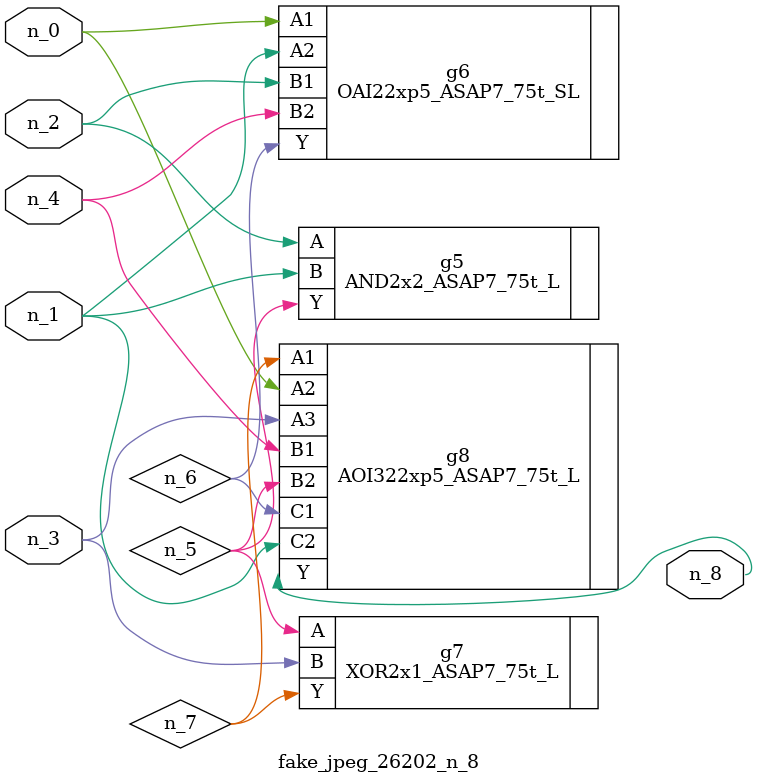
<source format=v>
module fake_jpeg_26202_n_8 (n_3, n_2, n_1, n_0, n_4, n_8);

input n_3;
input n_2;
input n_1;
input n_0;
input n_4;

output n_8;

wire n_6;
wire n_5;
wire n_7;

AND2x2_ASAP7_75t_L g5 ( 
.A(n_2),
.B(n_1),
.Y(n_5)
);

OAI22xp5_ASAP7_75t_SL g6 ( 
.A1(n_0),
.A2(n_1),
.B1(n_2),
.B2(n_4),
.Y(n_6)
);

XOR2x1_ASAP7_75t_L g7 ( 
.A(n_5),
.B(n_3),
.Y(n_7)
);

AOI322xp5_ASAP7_75t_L g8 ( 
.A1(n_7),
.A2(n_0),
.A3(n_3),
.B1(n_4),
.B2(n_5),
.C1(n_6),
.C2(n_1),
.Y(n_8)
);


endmodule
</source>
